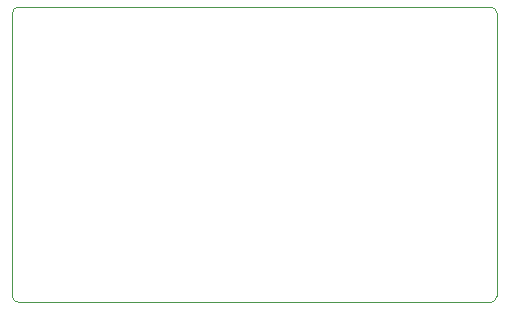
<source format=gm1>
%TF.GenerationSoftware,KiCad,Pcbnew,9.0.4*%
%TF.CreationDate,2026-02-10T01:39:38-05:00*%
%TF.ProjectId,main_board_peripheral_v3,6d61696e-5f62-46f6-9172-645f70657269,rev?*%
%TF.SameCoordinates,Original*%
%TF.FileFunction,Profile,NP*%
%FSLAX46Y46*%
G04 Gerber Fmt 4.6, Leading zero omitted, Abs format (unit mm)*
G04 Created by KiCad (PCBNEW 9.0.4) date 2026-02-10 01:39:38*
%MOMM*%
%LPD*%
G01*
G04 APERTURE LIST*
%TA.AperFunction,Profile*%
%ADD10C,0.050000*%
%TD*%
G04 APERTURE END LIST*
D10*
X94500000Y-103500000D02*
X134500000Y-103500000D01*
X135000000Y-79000000D02*
X135000000Y-103000000D01*
X134500000Y-78500000D02*
G75*
G02*
X135000000Y-79000000I0J-500000D01*
G01*
X94500000Y-78500000D02*
X134500000Y-78500000D01*
X94000000Y-103000000D02*
X94000000Y-79000000D01*
X94000000Y-79000000D02*
G75*
G02*
X94500000Y-78500000I500000J0D01*
G01*
X135000001Y-103000001D02*
G75*
G02*
X134500001Y-103500001I-500001J1D01*
G01*
X94500000Y-103500000D02*
G75*
G02*
X94000000Y-103000000I0J500000D01*
G01*
M02*

</source>
